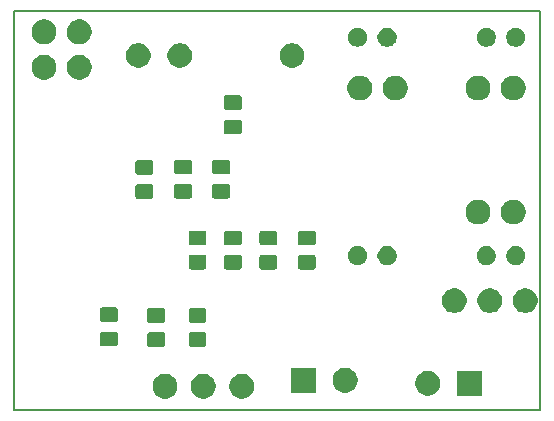
<source format=gbr>
%TF.GenerationSoftware,KiCad,Pcbnew,5.0.1*%
%TF.CreationDate,2019-02-20T12:32:28+01:00*%
%TF.ProjectId,rgbww-micro-board,72676277772D6D6963726F2D626F6172,rev?*%
%TF.SameCoordinates,PXb903480PY55d4a80*%
%TF.FileFunction,Soldermask,Bot*%
%TF.FilePolarity,Negative*%
%FSLAX46Y46*%
G04 Gerber Fmt 4.6, Leading zero omitted, Abs format (unit mm)*
G04 Created by KiCad (PCBNEW 5.0.1) date Mi 20 Feb 2019 12:32:28 CET*
%MOMM*%
%LPD*%
G01*
G04 APERTURE LIST*
%ADD10C,0.200000*%
%ADD11C,0.100000*%
G04 APERTURE END LIST*
D10*
X44500000Y33750000D02*
X0Y33750000D01*
X44500000Y0D02*
X44500000Y33750000D01*
X0Y0D02*
X44500000Y0D01*
X0Y33750000D02*
X0Y0D01*
D11*
G36*
X13056414Y3010121D02*
X13056416Y3010120D01*
X13056417Y3010120D01*
X13086078Y2997834D01*
X13247594Y2930932D01*
X13419651Y2815967D01*
X13565967Y2669651D01*
X13680932Y2497594D01*
X13760121Y2306414D01*
X13800490Y2103466D01*
X13800490Y1896534D01*
X13760121Y1693586D01*
X13680932Y1502406D01*
X13565967Y1330349D01*
X13419651Y1184033D01*
X13419648Y1184031D01*
X13247594Y1069068D01*
X13056417Y989880D01*
X13056416Y989880D01*
X13056414Y989879D01*
X12853466Y949510D01*
X12646534Y949510D01*
X12443586Y989879D01*
X12443584Y989880D01*
X12443583Y989880D01*
X12252406Y1069068D01*
X12080352Y1184031D01*
X12080349Y1184033D01*
X11934033Y1330349D01*
X11819068Y1502406D01*
X11739879Y1693586D01*
X11699510Y1896534D01*
X11699510Y2103466D01*
X11739879Y2306414D01*
X11819068Y2497594D01*
X11934033Y2669651D01*
X12080349Y2815967D01*
X12252406Y2930932D01*
X12413922Y2997834D01*
X12443583Y3010120D01*
X12443584Y3010120D01*
X12443586Y3010121D01*
X12646534Y3050490D01*
X12853466Y3050490D01*
X13056414Y3010121D01*
X13056414Y3010121D01*
G37*
G36*
X16306414Y3010121D02*
X16306416Y3010120D01*
X16306417Y3010120D01*
X16336078Y2997834D01*
X16497594Y2930932D01*
X16669651Y2815967D01*
X16815967Y2669651D01*
X16930932Y2497594D01*
X17010121Y2306414D01*
X17050490Y2103466D01*
X17050490Y1896534D01*
X17010121Y1693586D01*
X16930932Y1502406D01*
X16815967Y1330349D01*
X16669651Y1184033D01*
X16669648Y1184031D01*
X16497594Y1069068D01*
X16306417Y989880D01*
X16306416Y989880D01*
X16306414Y989879D01*
X16103466Y949510D01*
X15896534Y949510D01*
X15693586Y989879D01*
X15693584Y989880D01*
X15693583Y989880D01*
X15502406Y1069068D01*
X15330352Y1184031D01*
X15330349Y1184033D01*
X15184033Y1330349D01*
X15069068Y1502406D01*
X14989879Y1693586D01*
X14949510Y1896534D01*
X14949510Y2103466D01*
X14989879Y2306414D01*
X15069068Y2497594D01*
X15184033Y2669651D01*
X15330349Y2815967D01*
X15502406Y2930932D01*
X15663922Y2997834D01*
X15693583Y3010120D01*
X15693584Y3010120D01*
X15693586Y3010121D01*
X15896534Y3050490D01*
X16103466Y3050490D01*
X16306414Y3010121D01*
X16306414Y3010121D01*
G37*
G36*
X19556414Y3010121D02*
X19556416Y3010120D01*
X19556417Y3010120D01*
X19586078Y2997834D01*
X19747594Y2930932D01*
X19919651Y2815967D01*
X20065967Y2669651D01*
X20180932Y2497594D01*
X20260121Y2306414D01*
X20300490Y2103466D01*
X20300490Y1896534D01*
X20260121Y1693586D01*
X20180932Y1502406D01*
X20065967Y1330349D01*
X19919651Y1184033D01*
X19919648Y1184031D01*
X19747594Y1069068D01*
X19556417Y989880D01*
X19556416Y989880D01*
X19556414Y989879D01*
X19353466Y949510D01*
X19146534Y949510D01*
X18943586Y989879D01*
X18943584Y989880D01*
X18943583Y989880D01*
X18752406Y1069068D01*
X18580352Y1184031D01*
X18580349Y1184033D01*
X18434033Y1330349D01*
X18319068Y1502406D01*
X18239879Y1693586D01*
X18199510Y1896534D01*
X18199510Y2103466D01*
X18239879Y2306414D01*
X18319068Y2497594D01*
X18434033Y2669651D01*
X18580349Y2815967D01*
X18752406Y2930932D01*
X18913922Y2997834D01*
X18943583Y3010120D01*
X18943584Y3010120D01*
X18943586Y3010121D01*
X19146534Y3050490D01*
X19353466Y3050490D01*
X19556414Y3010121D01*
X19556414Y3010121D01*
G37*
G36*
X39551000Y1199000D02*
X37449000Y1199000D01*
X37449000Y3301000D01*
X39551000Y3301000D01*
X39551000Y1199000D01*
X39551000Y1199000D01*
G37*
G36*
X35306565Y3260611D02*
X35497834Y3181385D01*
X35669976Y3066363D01*
X35816363Y2919976D01*
X35931385Y2747834D01*
X36010611Y2556565D01*
X36051000Y2353516D01*
X36051000Y2146484D01*
X36010611Y1943435D01*
X35931385Y1752166D01*
X35816363Y1580024D01*
X35669976Y1433637D01*
X35497834Y1318615D01*
X35306565Y1239389D01*
X35103516Y1199000D01*
X34896484Y1199000D01*
X34693435Y1239389D01*
X34502166Y1318615D01*
X34330024Y1433637D01*
X34183637Y1580024D01*
X34068615Y1752166D01*
X33989389Y1943435D01*
X33949000Y2146484D01*
X33949000Y2353516D01*
X33989389Y2556565D01*
X34068615Y2747834D01*
X34183637Y2919976D01*
X34330024Y3066363D01*
X34502166Y3181385D01*
X34693435Y3260611D01*
X34896484Y3301000D01*
X35103516Y3301000D01*
X35306565Y3260611D01*
X35306565Y3260611D01*
G37*
G36*
X28306565Y3510611D02*
X28497834Y3431385D01*
X28669976Y3316363D01*
X28816363Y3169976D01*
X28931385Y2997834D01*
X29010611Y2806565D01*
X29051000Y2603516D01*
X29051000Y2396484D01*
X29010611Y2193435D01*
X28931385Y2002166D01*
X28816363Y1830024D01*
X28669976Y1683637D01*
X28497834Y1568615D01*
X28306565Y1489389D01*
X28103516Y1449000D01*
X27896484Y1449000D01*
X27693435Y1489389D01*
X27502166Y1568615D01*
X27330024Y1683637D01*
X27183637Y1830024D01*
X27068615Y2002166D01*
X26989389Y2193435D01*
X26949000Y2396484D01*
X26949000Y2603516D01*
X26989389Y2806565D01*
X27068615Y2997834D01*
X27183637Y3169976D01*
X27330024Y3316363D01*
X27502166Y3431385D01*
X27693435Y3510611D01*
X27896484Y3551000D01*
X28103516Y3551000D01*
X28306565Y3510611D01*
X28306565Y3510611D01*
G37*
G36*
X25551000Y1449000D02*
X23449000Y1449000D01*
X23449000Y3551000D01*
X25551000Y3551000D01*
X25551000Y1449000D01*
X25551000Y1449000D01*
G37*
G36*
X16088677Y6571535D02*
X16126364Y6560102D01*
X16161103Y6541534D01*
X16191548Y6516548D01*
X16216534Y6486103D01*
X16235102Y6451364D01*
X16246535Y6413677D01*
X16251000Y6368339D01*
X16251000Y5531661D01*
X16246535Y5486323D01*
X16235102Y5448636D01*
X16216534Y5413897D01*
X16191548Y5383452D01*
X16161103Y5358466D01*
X16126364Y5339898D01*
X16088677Y5328465D01*
X16043339Y5324000D01*
X14956661Y5324000D01*
X14911323Y5328465D01*
X14873636Y5339898D01*
X14838897Y5358466D01*
X14808452Y5383452D01*
X14783466Y5413897D01*
X14764898Y5448636D01*
X14753465Y5486323D01*
X14749000Y5531661D01*
X14749000Y6368339D01*
X14753465Y6413677D01*
X14764898Y6451364D01*
X14783466Y6486103D01*
X14808452Y6516548D01*
X14838897Y6541534D01*
X14873636Y6560102D01*
X14911323Y6571535D01*
X14956661Y6576000D01*
X16043339Y6576000D01*
X16088677Y6571535D01*
X16088677Y6571535D01*
G37*
G36*
X12588677Y6571535D02*
X12626364Y6560102D01*
X12661103Y6541534D01*
X12691548Y6516548D01*
X12716534Y6486103D01*
X12735102Y6451364D01*
X12746535Y6413677D01*
X12751000Y6368339D01*
X12751000Y5531661D01*
X12746535Y5486323D01*
X12735102Y5448636D01*
X12716534Y5413897D01*
X12691548Y5383452D01*
X12661103Y5358466D01*
X12626364Y5339898D01*
X12588677Y5328465D01*
X12543339Y5324000D01*
X11456661Y5324000D01*
X11411323Y5328465D01*
X11373636Y5339898D01*
X11338897Y5358466D01*
X11308452Y5383452D01*
X11283466Y5413897D01*
X11264898Y5448636D01*
X11253465Y5486323D01*
X11249000Y5531661D01*
X11249000Y6368339D01*
X11253465Y6413677D01*
X11264898Y6451364D01*
X11283466Y6486103D01*
X11308452Y6516548D01*
X11338897Y6541534D01*
X11373636Y6560102D01*
X11411323Y6571535D01*
X11456661Y6576000D01*
X12543339Y6576000D01*
X12588677Y6571535D01*
X12588677Y6571535D01*
G37*
G36*
X8588677Y6621535D02*
X8626364Y6610102D01*
X8661103Y6591534D01*
X8691548Y6566548D01*
X8716534Y6536103D01*
X8735102Y6501364D01*
X8746535Y6463677D01*
X8751000Y6418339D01*
X8751000Y5581661D01*
X8746535Y5536323D01*
X8735102Y5498636D01*
X8716534Y5463897D01*
X8691548Y5433452D01*
X8661103Y5408466D01*
X8626364Y5389898D01*
X8588677Y5378465D01*
X8543339Y5374000D01*
X7456661Y5374000D01*
X7411323Y5378465D01*
X7373636Y5389898D01*
X7338897Y5408466D01*
X7308452Y5433452D01*
X7283466Y5463897D01*
X7264898Y5498636D01*
X7253465Y5536323D01*
X7249000Y5581661D01*
X7249000Y6418339D01*
X7253465Y6463677D01*
X7264898Y6501364D01*
X7283466Y6536103D01*
X7308452Y6566548D01*
X7338897Y6591534D01*
X7373636Y6610102D01*
X7411323Y6621535D01*
X7456661Y6626000D01*
X8543339Y6626000D01*
X8588677Y6621535D01*
X8588677Y6621535D01*
G37*
G36*
X16088677Y8621535D02*
X16126364Y8610102D01*
X16161103Y8591534D01*
X16191548Y8566548D01*
X16216534Y8536103D01*
X16235102Y8501364D01*
X16246535Y8463677D01*
X16251000Y8418339D01*
X16251000Y7581661D01*
X16246535Y7536323D01*
X16235102Y7498636D01*
X16216534Y7463897D01*
X16191548Y7433452D01*
X16161103Y7408466D01*
X16126364Y7389898D01*
X16088677Y7378465D01*
X16043339Y7374000D01*
X14956661Y7374000D01*
X14911323Y7378465D01*
X14873636Y7389898D01*
X14838897Y7408466D01*
X14808452Y7433452D01*
X14783466Y7463897D01*
X14764898Y7498636D01*
X14753465Y7536323D01*
X14749000Y7581661D01*
X14749000Y8418339D01*
X14753465Y8463677D01*
X14764898Y8501364D01*
X14783466Y8536103D01*
X14808452Y8566548D01*
X14838897Y8591534D01*
X14873636Y8610102D01*
X14911323Y8621535D01*
X14956661Y8626000D01*
X16043339Y8626000D01*
X16088677Y8621535D01*
X16088677Y8621535D01*
G37*
G36*
X12588677Y8621535D02*
X12626364Y8610102D01*
X12661103Y8591534D01*
X12691548Y8566548D01*
X12716534Y8536103D01*
X12735102Y8501364D01*
X12746535Y8463677D01*
X12751000Y8418339D01*
X12751000Y7581661D01*
X12746535Y7536323D01*
X12735102Y7498636D01*
X12716534Y7463897D01*
X12691548Y7433452D01*
X12661103Y7408466D01*
X12626364Y7389898D01*
X12588677Y7378465D01*
X12543339Y7374000D01*
X11456661Y7374000D01*
X11411323Y7378465D01*
X11373636Y7389898D01*
X11338897Y7408466D01*
X11308452Y7433452D01*
X11283466Y7463897D01*
X11264898Y7498636D01*
X11253465Y7536323D01*
X11249000Y7581661D01*
X11249000Y8418339D01*
X11253465Y8463677D01*
X11264898Y8501364D01*
X11283466Y8536103D01*
X11308452Y8566548D01*
X11338897Y8591534D01*
X11373636Y8610102D01*
X11411323Y8621535D01*
X11456661Y8626000D01*
X12543339Y8626000D01*
X12588677Y8621535D01*
X12588677Y8621535D01*
G37*
G36*
X8588677Y8671535D02*
X8626364Y8660102D01*
X8661103Y8641534D01*
X8691548Y8616548D01*
X8716534Y8586103D01*
X8735102Y8551364D01*
X8746535Y8513677D01*
X8751000Y8468339D01*
X8751000Y7631661D01*
X8746535Y7586323D01*
X8735102Y7548636D01*
X8716534Y7513897D01*
X8691548Y7483452D01*
X8661103Y7458466D01*
X8626364Y7439898D01*
X8588677Y7428465D01*
X8543339Y7424000D01*
X7456661Y7424000D01*
X7411323Y7428465D01*
X7373636Y7439898D01*
X7338897Y7458466D01*
X7308452Y7483452D01*
X7283466Y7513897D01*
X7264898Y7548636D01*
X7253465Y7586323D01*
X7249000Y7631661D01*
X7249000Y8468339D01*
X7253465Y8513677D01*
X7264898Y8551364D01*
X7283466Y8586103D01*
X7308452Y8616548D01*
X7338897Y8641534D01*
X7373636Y8660102D01*
X7411323Y8671535D01*
X7456661Y8676000D01*
X8543339Y8676000D01*
X8588677Y8671535D01*
X8588677Y8671535D01*
G37*
G36*
X43556414Y10260121D02*
X43556416Y10260120D01*
X43556417Y10260120D01*
X43747594Y10180932D01*
X43919651Y10065967D01*
X44065967Y9919651D01*
X44180932Y9747594D01*
X44260121Y9556414D01*
X44300490Y9353466D01*
X44300490Y9146534D01*
X44260121Y8943586D01*
X44180932Y8752406D01*
X44065967Y8580349D01*
X43919651Y8434033D01*
X43919648Y8434031D01*
X43747594Y8319068D01*
X43556417Y8239880D01*
X43556416Y8239880D01*
X43556414Y8239879D01*
X43353466Y8199510D01*
X43146534Y8199510D01*
X42943586Y8239879D01*
X42943584Y8239880D01*
X42943583Y8239880D01*
X42752406Y8319068D01*
X42580352Y8434031D01*
X42580349Y8434033D01*
X42434033Y8580349D01*
X42319068Y8752406D01*
X42239879Y8943586D01*
X42199510Y9146534D01*
X42199510Y9353466D01*
X42239879Y9556414D01*
X42319068Y9747594D01*
X42434033Y9919651D01*
X42580349Y10065967D01*
X42752406Y10180932D01*
X42943583Y10260120D01*
X42943584Y10260120D01*
X42943586Y10260121D01*
X43146534Y10300490D01*
X43353466Y10300490D01*
X43556414Y10260121D01*
X43556414Y10260121D01*
G37*
G36*
X40556414Y10260121D02*
X40556416Y10260120D01*
X40556417Y10260120D01*
X40747594Y10180932D01*
X40919651Y10065967D01*
X41065967Y9919651D01*
X41180932Y9747594D01*
X41260121Y9556414D01*
X41300490Y9353466D01*
X41300490Y9146534D01*
X41260121Y8943586D01*
X41180932Y8752406D01*
X41065967Y8580349D01*
X40919651Y8434033D01*
X40919648Y8434031D01*
X40747594Y8319068D01*
X40556417Y8239880D01*
X40556416Y8239880D01*
X40556414Y8239879D01*
X40353466Y8199510D01*
X40146534Y8199510D01*
X39943586Y8239879D01*
X39943584Y8239880D01*
X39943583Y8239880D01*
X39752406Y8319068D01*
X39580352Y8434031D01*
X39580349Y8434033D01*
X39434033Y8580349D01*
X39319068Y8752406D01*
X39239879Y8943586D01*
X39199510Y9146534D01*
X39199510Y9353466D01*
X39239879Y9556414D01*
X39319068Y9747594D01*
X39434033Y9919651D01*
X39580349Y10065967D01*
X39752406Y10180932D01*
X39943583Y10260120D01*
X39943584Y10260120D01*
X39943586Y10260121D01*
X40146534Y10300490D01*
X40353466Y10300490D01*
X40556414Y10260121D01*
X40556414Y10260121D01*
G37*
G36*
X37556414Y10260121D02*
X37556416Y10260120D01*
X37556417Y10260120D01*
X37747594Y10180932D01*
X37919651Y10065967D01*
X38065967Y9919651D01*
X38180932Y9747594D01*
X38260121Y9556414D01*
X38300490Y9353466D01*
X38300490Y9146534D01*
X38260121Y8943586D01*
X38180932Y8752406D01*
X38065967Y8580349D01*
X37919651Y8434033D01*
X37919648Y8434031D01*
X37747594Y8319068D01*
X37556417Y8239880D01*
X37556416Y8239880D01*
X37556414Y8239879D01*
X37353466Y8199510D01*
X37146534Y8199510D01*
X36943586Y8239879D01*
X36943584Y8239880D01*
X36943583Y8239880D01*
X36752406Y8319068D01*
X36580352Y8434031D01*
X36580349Y8434033D01*
X36434033Y8580349D01*
X36319068Y8752406D01*
X36239879Y8943586D01*
X36199510Y9146534D01*
X36199510Y9353466D01*
X36239879Y9556414D01*
X36319068Y9747594D01*
X36434033Y9919651D01*
X36580349Y10065967D01*
X36752406Y10180932D01*
X36943583Y10260120D01*
X36943584Y10260120D01*
X36943586Y10260121D01*
X37146534Y10300490D01*
X37353466Y10300490D01*
X37556414Y10260121D01*
X37556414Y10260121D01*
G37*
G36*
X22088677Y13121535D02*
X22126364Y13110102D01*
X22161103Y13091534D01*
X22191548Y13066548D01*
X22216534Y13036103D01*
X22235102Y13001364D01*
X22246535Y12963677D01*
X22251000Y12918339D01*
X22251000Y12081661D01*
X22246535Y12036323D01*
X22235102Y11998636D01*
X22216534Y11963897D01*
X22191548Y11933452D01*
X22161103Y11908466D01*
X22126364Y11889898D01*
X22088677Y11878465D01*
X22043339Y11874000D01*
X20956661Y11874000D01*
X20911323Y11878465D01*
X20873636Y11889898D01*
X20838897Y11908466D01*
X20808452Y11933452D01*
X20783466Y11963897D01*
X20764898Y11998636D01*
X20753465Y12036323D01*
X20749000Y12081661D01*
X20749000Y12918339D01*
X20753465Y12963677D01*
X20764898Y13001364D01*
X20783466Y13036103D01*
X20808452Y13066548D01*
X20838897Y13091534D01*
X20873636Y13110102D01*
X20911323Y13121535D01*
X20956661Y13126000D01*
X22043339Y13126000D01*
X22088677Y13121535D01*
X22088677Y13121535D01*
G37*
G36*
X19088677Y13121535D02*
X19126364Y13110102D01*
X19161103Y13091534D01*
X19191548Y13066548D01*
X19216534Y13036103D01*
X19235102Y13001364D01*
X19246535Y12963677D01*
X19251000Y12918339D01*
X19251000Y12081661D01*
X19246535Y12036323D01*
X19235102Y11998636D01*
X19216534Y11963897D01*
X19191548Y11933452D01*
X19161103Y11908466D01*
X19126364Y11889898D01*
X19088677Y11878465D01*
X19043339Y11874000D01*
X17956661Y11874000D01*
X17911323Y11878465D01*
X17873636Y11889898D01*
X17838897Y11908466D01*
X17808452Y11933452D01*
X17783466Y11963897D01*
X17764898Y11998636D01*
X17753465Y12036323D01*
X17749000Y12081661D01*
X17749000Y12918339D01*
X17753465Y12963677D01*
X17764898Y13001364D01*
X17783466Y13036103D01*
X17808452Y13066548D01*
X17838897Y13091534D01*
X17873636Y13110102D01*
X17911323Y13121535D01*
X17956661Y13126000D01*
X19043339Y13126000D01*
X19088677Y13121535D01*
X19088677Y13121535D01*
G37*
G36*
X25338677Y13121535D02*
X25376364Y13110102D01*
X25411103Y13091534D01*
X25441548Y13066548D01*
X25466534Y13036103D01*
X25485102Y13001364D01*
X25496535Y12963677D01*
X25501000Y12918339D01*
X25501000Y12081661D01*
X25496535Y12036323D01*
X25485102Y11998636D01*
X25466534Y11963897D01*
X25441548Y11933452D01*
X25411103Y11908466D01*
X25376364Y11889898D01*
X25338677Y11878465D01*
X25293339Y11874000D01*
X24206661Y11874000D01*
X24161323Y11878465D01*
X24123636Y11889898D01*
X24088897Y11908466D01*
X24058452Y11933452D01*
X24033466Y11963897D01*
X24014898Y11998636D01*
X24003465Y12036323D01*
X23999000Y12081661D01*
X23999000Y12918339D01*
X24003465Y12963677D01*
X24014898Y13001364D01*
X24033466Y13036103D01*
X24058452Y13066548D01*
X24088897Y13091534D01*
X24123636Y13110102D01*
X24161323Y13121535D01*
X24206661Y13126000D01*
X25293339Y13126000D01*
X25338677Y13121535D01*
X25338677Y13121535D01*
G37*
G36*
X16088677Y13121535D02*
X16126364Y13110102D01*
X16161103Y13091534D01*
X16191548Y13066548D01*
X16216534Y13036103D01*
X16235102Y13001364D01*
X16246535Y12963677D01*
X16251000Y12918339D01*
X16251000Y12081661D01*
X16246535Y12036323D01*
X16235102Y11998636D01*
X16216534Y11963897D01*
X16191548Y11933452D01*
X16161103Y11908466D01*
X16126364Y11889898D01*
X16088677Y11878465D01*
X16043339Y11874000D01*
X14956661Y11874000D01*
X14911323Y11878465D01*
X14873636Y11889898D01*
X14838897Y11908466D01*
X14808452Y11933452D01*
X14783466Y11963897D01*
X14764898Y11998636D01*
X14753465Y12036323D01*
X14749000Y12081661D01*
X14749000Y12918339D01*
X14753465Y12963677D01*
X14764898Y13001364D01*
X14783466Y13036103D01*
X14808452Y13066548D01*
X14838897Y13091534D01*
X14873636Y13110102D01*
X14911323Y13121535D01*
X14956661Y13126000D01*
X16043339Y13126000D01*
X16088677Y13121535D01*
X16088677Y13121535D01*
G37*
G36*
X40187142Y13831758D02*
X40335102Y13770470D01*
X40468258Y13681498D01*
X40581498Y13568258D01*
X40670470Y13435102D01*
X40731758Y13287142D01*
X40763000Y13130075D01*
X40763000Y12969925D01*
X40731758Y12812858D01*
X40670470Y12664898D01*
X40581498Y12531742D01*
X40468258Y12418502D01*
X40335102Y12329530D01*
X40187142Y12268242D01*
X40030075Y12237000D01*
X39869925Y12237000D01*
X39712858Y12268242D01*
X39564898Y12329530D01*
X39431742Y12418502D01*
X39318502Y12531742D01*
X39229530Y12664898D01*
X39168242Y12812858D01*
X39137000Y12969925D01*
X39137000Y13130075D01*
X39168242Y13287142D01*
X39229530Y13435102D01*
X39318502Y13568258D01*
X39431742Y13681498D01*
X39564898Y13770470D01*
X39712858Y13831758D01*
X39869925Y13863000D01*
X40030075Y13863000D01*
X40187142Y13831758D01*
X40187142Y13831758D01*
G37*
G36*
X29287142Y13831758D02*
X29435102Y13770470D01*
X29568258Y13681498D01*
X29681498Y13568258D01*
X29770470Y13435102D01*
X29831758Y13287142D01*
X29863000Y13130075D01*
X29863000Y12969925D01*
X29831758Y12812858D01*
X29770470Y12664898D01*
X29681498Y12531742D01*
X29568258Y12418502D01*
X29435102Y12329530D01*
X29287142Y12268242D01*
X29130075Y12237000D01*
X28969925Y12237000D01*
X28812858Y12268242D01*
X28664898Y12329530D01*
X28531742Y12418502D01*
X28418502Y12531742D01*
X28329530Y12664898D01*
X28268242Y12812858D01*
X28237000Y12969925D01*
X28237000Y13130075D01*
X28268242Y13287142D01*
X28329530Y13435102D01*
X28418502Y13568258D01*
X28531742Y13681498D01*
X28664898Y13770470D01*
X28812858Y13831758D01*
X28969925Y13863000D01*
X29130075Y13863000D01*
X29287142Y13831758D01*
X29287142Y13831758D01*
G37*
G36*
X31787142Y13831758D02*
X31935102Y13770470D01*
X32068258Y13681498D01*
X32181498Y13568258D01*
X32270470Y13435102D01*
X32331758Y13287142D01*
X32363000Y13130075D01*
X32363000Y12969925D01*
X32331758Y12812858D01*
X32270470Y12664898D01*
X32181498Y12531742D01*
X32068258Y12418502D01*
X31935102Y12329530D01*
X31787142Y12268242D01*
X31630075Y12237000D01*
X31469925Y12237000D01*
X31312858Y12268242D01*
X31164898Y12329530D01*
X31031742Y12418502D01*
X30918502Y12531742D01*
X30829530Y12664898D01*
X30768242Y12812858D01*
X30737000Y12969925D01*
X30737000Y13130075D01*
X30768242Y13287142D01*
X30829530Y13435102D01*
X30918502Y13568258D01*
X31031742Y13681498D01*
X31164898Y13770470D01*
X31312858Y13831758D01*
X31469925Y13863000D01*
X31630075Y13863000D01*
X31787142Y13831758D01*
X31787142Y13831758D01*
G37*
G36*
X42687142Y13831758D02*
X42835102Y13770470D01*
X42968258Y13681498D01*
X43081498Y13568258D01*
X43170470Y13435102D01*
X43231758Y13287142D01*
X43263000Y13130075D01*
X43263000Y12969925D01*
X43231758Y12812858D01*
X43170470Y12664898D01*
X43081498Y12531742D01*
X42968258Y12418502D01*
X42835102Y12329530D01*
X42687142Y12268242D01*
X42530075Y12237000D01*
X42369925Y12237000D01*
X42212858Y12268242D01*
X42064898Y12329530D01*
X41931742Y12418502D01*
X41818502Y12531742D01*
X41729530Y12664898D01*
X41668242Y12812858D01*
X41637000Y12969925D01*
X41637000Y13130075D01*
X41668242Y13287142D01*
X41729530Y13435102D01*
X41818502Y13568258D01*
X41931742Y13681498D01*
X42064898Y13770470D01*
X42212858Y13831758D01*
X42369925Y13863000D01*
X42530075Y13863000D01*
X42687142Y13831758D01*
X42687142Y13831758D01*
G37*
G36*
X16088677Y15171535D02*
X16126364Y15160102D01*
X16161103Y15141534D01*
X16191548Y15116548D01*
X16216534Y15086103D01*
X16235102Y15051364D01*
X16246535Y15013677D01*
X16251000Y14968339D01*
X16251000Y14131661D01*
X16246535Y14086323D01*
X16235102Y14048636D01*
X16216534Y14013897D01*
X16191548Y13983452D01*
X16161103Y13958466D01*
X16126364Y13939898D01*
X16088677Y13928465D01*
X16043339Y13924000D01*
X14956661Y13924000D01*
X14911323Y13928465D01*
X14873636Y13939898D01*
X14838897Y13958466D01*
X14808452Y13983452D01*
X14783466Y14013897D01*
X14764898Y14048636D01*
X14753465Y14086323D01*
X14749000Y14131661D01*
X14749000Y14968339D01*
X14753465Y15013677D01*
X14764898Y15051364D01*
X14783466Y15086103D01*
X14808452Y15116548D01*
X14838897Y15141534D01*
X14873636Y15160102D01*
X14911323Y15171535D01*
X14956661Y15176000D01*
X16043339Y15176000D01*
X16088677Y15171535D01*
X16088677Y15171535D01*
G37*
G36*
X22088677Y15171535D02*
X22126364Y15160102D01*
X22161103Y15141534D01*
X22191548Y15116548D01*
X22216534Y15086103D01*
X22235102Y15051364D01*
X22246535Y15013677D01*
X22251000Y14968339D01*
X22251000Y14131661D01*
X22246535Y14086323D01*
X22235102Y14048636D01*
X22216534Y14013897D01*
X22191548Y13983452D01*
X22161103Y13958466D01*
X22126364Y13939898D01*
X22088677Y13928465D01*
X22043339Y13924000D01*
X20956661Y13924000D01*
X20911323Y13928465D01*
X20873636Y13939898D01*
X20838897Y13958466D01*
X20808452Y13983452D01*
X20783466Y14013897D01*
X20764898Y14048636D01*
X20753465Y14086323D01*
X20749000Y14131661D01*
X20749000Y14968339D01*
X20753465Y15013677D01*
X20764898Y15051364D01*
X20783466Y15086103D01*
X20808452Y15116548D01*
X20838897Y15141534D01*
X20873636Y15160102D01*
X20911323Y15171535D01*
X20956661Y15176000D01*
X22043339Y15176000D01*
X22088677Y15171535D01*
X22088677Y15171535D01*
G37*
G36*
X25338677Y15171535D02*
X25376364Y15160102D01*
X25411103Y15141534D01*
X25441548Y15116548D01*
X25466534Y15086103D01*
X25485102Y15051364D01*
X25496535Y15013677D01*
X25501000Y14968339D01*
X25501000Y14131661D01*
X25496535Y14086323D01*
X25485102Y14048636D01*
X25466534Y14013897D01*
X25441548Y13983452D01*
X25411103Y13958466D01*
X25376364Y13939898D01*
X25338677Y13928465D01*
X25293339Y13924000D01*
X24206661Y13924000D01*
X24161323Y13928465D01*
X24123636Y13939898D01*
X24088897Y13958466D01*
X24058452Y13983452D01*
X24033466Y14013897D01*
X24014898Y14048636D01*
X24003465Y14086323D01*
X23999000Y14131661D01*
X23999000Y14968339D01*
X24003465Y15013677D01*
X24014898Y15051364D01*
X24033466Y15086103D01*
X24058452Y15116548D01*
X24088897Y15141534D01*
X24123636Y15160102D01*
X24161323Y15171535D01*
X24206661Y15176000D01*
X25293339Y15176000D01*
X25338677Y15171535D01*
X25338677Y15171535D01*
G37*
G36*
X19088677Y15171535D02*
X19126364Y15160102D01*
X19161103Y15141534D01*
X19191548Y15116548D01*
X19216534Y15086103D01*
X19235102Y15051364D01*
X19246535Y15013677D01*
X19251000Y14968339D01*
X19251000Y14131661D01*
X19246535Y14086323D01*
X19235102Y14048636D01*
X19216534Y14013897D01*
X19191548Y13983452D01*
X19161103Y13958466D01*
X19126364Y13939898D01*
X19088677Y13928465D01*
X19043339Y13924000D01*
X17956661Y13924000D01*
X17911323Y13928465D01*
X17873636Y13939898D01*
X17838897Y13958466D01*
X17808452Y13983452D01*
X17783466Y14013897D01*
X17764898Y14048636D01*
X17753465Y14086323D01*
X17749000Y14131661D01*
X17749000Y14968339D01*
X17753465Y15013677D01*
X17764898Y15051364D01*
X17783466Y15086103D01*
X17808452Y15116548D01*
X17838897Y15141534D01*
X17873636Y15160102D01*
X17911323Y15171535D01*
X17956661Y15176000D01*
X19043339Y15176000D01*
X19088677Y15171535D01*
X19088677Y15171535D01*
G37*
G36*
X39556414Y17760121D02*
X39556416Y17760120D01*
X39556417Y17760120D01*
X39747594Y17680932D01*
X39919651Y17565967D01*
X40065967Y17419651D01*
X40180932Y17247594D01*
X40260121Y17056414D01*
X40300490Y16853466D01*
X40300490Y16646534D01*
X40260121Y16443586D01*
X40180932Y16252406D01*
X40065967Y16080349D01*
X39919651Y15934033D01*
X39919648Y15934031D01*
X39747594Y15819068D01*
X39556417Y15739880D01*
X39556416Y15739880D01*
X39556414Y15739879D01*
X39353466Y15699510D01*
X39146534Y15699510D01*
X38943586Y15739879D01*
X38943584Y15739880D01*
X38943583Y15739880D01*
X38752406Y15819068D01*
X38580352Y15934031D01*
X38580349Y15934033D01*
X38434033Y16080349D01*
X38319068Y16252406D01*
X38239879Y16443586D01*
X38199510Y16646534D01*
X38199510Y16853466D01*
X38239879Y17056414D01*
X38319068Y17247594D01*
X38434033Y17419651D01*
X38580349Y17565967D01*
X38752406Y17680932D01*
X38943583Y17760120D01*
X38943584Y17760120D01*
X38943586Y17760121D01*
X39146534Y17800490D01*
X39353466Y17800490D01*
X39556414Y17760121D01*
X39556414Y17760121D01*
G37*
G36*
X42556414Y17760121D02*
X42556416Y17760120D01*
X42556417Y17760120D01*
X42747594Y17680932D01*
X42919651Y17565967D01*
X43065967Y17419651D01*
X43180932Y17247594D01*
X43260121Y17056414D01*
X43300490Y16853466D01*
X43300490Y16646534D01*
X43260121Y16443586D01*
X43180932Y16252406D01*
X43065967Y16080349D01*
X42919651Y15934033D01*
X42919648Y15934031D01*
X42747594Y15819068D01*
X42556417Y15739880D01*
X42556416Y15739880D01*
X42556414Y15739879D01*
X42353466Y15699510D01*
X42146534Y15699510D01*
X41943586Y15739879D01*
X41943584Y15739880D01*
X41943583Y15739880D01*
X41752406Y15819068D01*
X41580352Y15934031D01*
X41580349Y15934033D01*
X41434033Y16080349D01*
X41319068Y16252406D01*
X41239879Y16443586D01*
X41199510Y16646534D01*
X41199510Y16853466D01*
X41239879Y17056414D01*
X41319068Y17247594D01*
X41434033Y17419651D01*
X41580349Y17565967D01*
X41752406Y17680932D01*
X41943583Y17760120D01*
X41943584Y17760120D01*
X41943586Y17760121D01*
X42146534Y17800490D01*
X42353466Y17800490D01*
X42556414Y17760121D01*
X42556414Y17760121D01*
G37*
G36*
X11588677Y19096535D02*
X11626364Y19085102D01*
X11661103Y19066534D01*
X11691548Y19041548D01*
X11716534Y19011103D01*
X11735102Y18976364D01*
X11746535Y18938677D01*
X11751000Y18893339D01*
X11751000Y18056661D01*
X11746535Y18011323D01*
X11735102Y17973636D01*
X11716534Y17938897D01*
X11691548Y17908452D01*
X11661103Y17883466D01*
X11626364Y17864898D01*
X11588677Y17853465D01*
X11543339Y17849000D01*
X10456661Y17849000D01*
X10411323Y17853465D01*
X10373636Y17864898D01*
X10338897Y17883466D01*
X10308452Y17908452D01*
X10283466Y17938897D01*
X10264898Y17973636D01*
X10253465Y18011323D01*
X10249000Y18056661D01*
X10249000Y18893339D01*
X10253465Y18938677D01*
X10264898Y18976364D01*
X10283466Y19011103D01*
X10308452Y19041548D01*
X10338897Y19066534D01*
X10373636Y19085102D01*
X10411323Y19096535D01*
X10456661Y19101000D01*
X11543339Y19101000D01*
X11588677Y19096535D01*
X11588677Y19096535D01*
G37*
G36*
X18088677Y19121535D02*
X18126364Y19110102D01*
X18161103Y19091534D01*
X18191548Y19066548D01*
X18216534Y19036103D01*
X18235102Y19001364D01*
X18246535Y18963677D01*
X18251000Y18918339D01*
X18251000Y18081661D01*
X18246535Y18036323D01*
X18235102Y17998636D01*
X18216534Y17963897D01*
X18191548Y17933452D01*
X18161103Y17908466D01*
X18126364Y17889898D01*
X18088677Y17878465D01*
X18043339Y17874000D01*
X16956661Y17874000D01*
X16911323Y17878465D01*
X16873636Y17889898D01*
X16838897Y17908466D01*
X16808452Y17933452D01*
X16783466Y17963897D01*
X16764898Y17998636D01*
X16753465Y18036323D01*
X16749000Y18081661D01*
X16749000Y18918339D01*
X16753465Y18963677D01*
X16764898Y19001364D01*
X16783466Y19036103D01*
X16808452Y19066548D01*
X16838897Y19091534D01*
X16873636Y19110102D01*
X16911323Y19121535D01*
X16956661Y19126000D01*
X18043339Y19126000D01*
X18088677Y19121535D01*
X18088677Y19121535D01*
G37*
G36*
X14868677Y19121535D02*
X14906364Y19110102D01*
X14941103Y19091534D01*
X14971548Y19066548D01*
X14996534Y19036103D01*
X15015102Y19001364D01*
X15026535Y18963677D01*
X15031000Y18918339D01*
X15031000Y18081661D01*
X15026535Y18036323D01*
X15015102Y17998636D01*
X14996534Y17963897D01*
X14971548Y17933452D01*
X14941103Y17908466D01*
X14906364Y17889898D01*
X14868677Y17878465D01*
X14823339Y17874000D01*
X13736661Y17874000D01*
X13691323Y17878465D01*
X13653636Y17889898D01*
X13618897Y17908466D01*
X13588452Y17933452D01*
X13563466Y17963897D01*
X13544898Y17998636D01*
X13533465Y18036323D01*
X13529000Y18081661D01*
X13529000Y18918339D01*
X13533465Y18963677D01*
X13544898Y19001364D01*
X13563466Y19036103D01*
X13588452Y19066548D01*
X13618897Y19091534D01*
X13653636Y19110102D01*
X13691323Y19121535D01*
X13736661Y19126000D01*
X14823339Y19126000D01*
X14868677Y19121535D01*
X14868677Y19121535D01*
G37*
G36*
X11588677Y21146535D02*
X11626364Y21135102D01*
X11661103Y21116534D01*
X11691548Y21091548D01*
X11716534Y21061103D01*
X11735102Y21026364D01*
X11746535Y20988677D01*
X11751000Y20943339D01*
X11751000Y20106661D01*
X11746535Y20061323D01*
X11735102Y20023636D01*
X11716534Y19988897D01*
X11691548Y19958452D01*
X11661103Y19933466D01*
X11626364Y19914898D01*
X11588677Y19903465D01*
X11543339Y19899000D01*
X10456661Y19899000D01*
X10411323Y19903465D01*
X10373636Y19914898D01*
X10338897Y19933466D01*
X10308452Y19958452D01*
X10283466Y19988897D01*
X10264898Y20023636D01*
X10253465Y20061323D01*
X10249000Y20106661D01*
X10249000Y20943339D01*
X10253465Y20988677D01*
X10264898Y21026364D01*
X10283466Y21061103D01*
X10308452Y21091548D01*
X10338897Y21116534D01*
X10373636Y21135102D01*
X10411323Y21146535D01*
X10456661Y21151000D01*
X11543339Y21151000D01*
X11588677Y21146535D01*
X11588677Y21146535D01*
G37*
G36*
X18088677Y21171535D02*
X18126364Y21160102D01*
X18161103Y21141534D01*
X18191548Y21116548D01*
X18216534Y21086103D01*
X18235102Y21051364D01*
X18246535Y21013677D01*
X18251000Y20968339D01*
X18251000Y20131661D01*
X18246535Y20086323D01*
X18235102Y20048636D01*
X18216534Y20013897D01*
X18191548Y19983452D01*
X18161103Y19958466D01*
X18126364Y19939898D01*
X18088677Y19928465D01*
X18043339Y19924000D01*
X16956661Y19924000D01*
X16911323Y19928465D01*
X16873636Y19939898D01*
X16838897Y19958466D01*
X16808452Y19983452D01*
X16783466Y20013897D01*
X16764898Y20048636D01*
X16753465Y20086323D01*
X16749000Y20131661D01*
X16749000Y20968339D01*
X16753465Y21013677D01*
X16764898Y21051364D01*
X16783466Y21086103D01*
X16808452Y21116548D01*
X16838897Y21141534D01*
X16873636Y21160102D01*
X16911323Y21171535D01*
X16956661Y21176000D01*
X18043339Y21176000D01*
X18088677Y21171535D01*
X18088677Y21171535D01*
G37*
G36*
X14868677Y21171535D02*
X14906364Y21160102D01*
X14941103Y21141534D01*
X14971548Y21116548D01*
X14996534Y21086103D01*
X15015102Y21051364D01*
X15026535Y21013677D01*
X15031000Y20968339D01*
X15031000Y20131661D01*
X15026535Y20086323D01*
X15015102Y20048636D01*
X14996534Y20013897D01*
X14971548Y19983452D01*
X14941103Y19958466D01*
X14906364Y19939898D01*
X14868677Y19928465D01*
X14823339Y19924000D01*
X13736661Y19924000D01*
X13691323Y19928465D01*
X13653636Y19939898D01*
X13618897Y19958466D01*
X13588452Y19983452D01*
X13563466Y20013897D01*
X13544898Y20048636D01*
X13533465Y20086323D01*
X13529000Y20131661D01*
X13529000Y20968339D01*
X13533465Y21013677D01*
X13544898Y21051364D01*
X13563466Y21086103D01*
X13588452Y21116548D01*
X13618897Y21141534D01*
X13653636Y21160102D01*
X13691323Y21171535D01*
X13736661Y21176000D01*
X14823339Y21176000D01*
X14868677Y21171535D01*
X14868677Y21171535D01*
G37*
G36*
X19088677Y24571535D02*
X19126364Y24560102D01*
X19161103Y24541534D01*
X19191548Y24516548D01*
X19216534Y24486103D01*
X19235102Y24451364D01*
X19246535Y24413677D01*
X19251000Y24368339D01*
X19251000Y23531661D01*
X19246535Y23486323D01*
X19235102Y23448636D01*
X19216534Y23413897D01*
X19191548Y23383452D01*
X19161103Y23358466D01*
X19126364Y23339898D01*
X19088677Y23328465D01*
X19043339Y23324000D01*
X17956661Y23324000D01*
X17911323Y23328465D01*
X17873636Y23339898D01*
X17838897Y23358466D01*
X17808452Y23383452D01*
X17783466Y23413897D01*
X17764898Y23448636D01*
X17753465Y23486323D01*
X17749000Y23531661D01*
X17749000Y24368339D01*
X17753465Y24413677D01*
X17764898Y24451364D01*
X17783466Y24486103D01*
X17808452Y24516548D01*
X17838897Y24541534D01*
X17873636Y24560102D01*
X17911323Y24571535D01*
X17956661Y24576000D01*
X19043339Y24576000D01*
X19088677Y24571535D01*
X19088677Y24571535D01*
G37*
G36*
X19088677Y26621535D02*
X19126364Y26610102D01*
X19161103Y26591534D01*
X19191548Y26566548D01*
X19216534Y26536103D01*
X19235102Y26501364D01*
X19246535Y26463677D01*
X19251000Y26418339D01*
X19251000Y25581661D01*
X19246535Y25536323D01*
X19235102Y25498636D01*
X19216534Y25463897D01*
X19191548Y25433452D01*
X19161103Y25408466D01*
X19126364Y25389898D01*
X19088677Y25378465D01*
X19043339Y25374000D01*
X17956661Y25374000D01*
X17911323Y25378465D01*
X17873636Y25389898D01*
X17838897Y25408466D01*
X17808452Y25433452D01*
X17783466Y25463897D01*
X17764898Y25498636D01*
X17753465Y25536323D01*
X17749000Y25581661D01*
X17749000Y26418339D01*
X17753465Y26463677D01*
X17764898Y26501364D01*
X17783466Y26536103D01*
X17808452Y26566548D01*
X17838897Y26591534D01*
X17873636Y26610102D01*
X17911323Y26621535D01*
X17956661Y26626000D01*
X19043339Y26626000D01*
X19088677Y26621535D01*
X19088677Y26621535D01*
G37*
G36*
X29556414Y28260121D02*
X29556416Y28260120D01*
X29556417Y28260120D01*
X29740112Y28184031D01*
X29747594Y28180932D01*
X29919651Y28065967D01*
X30065967Y27919651D01*
X30180932Y27747594D01*
X30260121Y27556414D01*
X30300490Y27353466D01*
X30300490Y27146534D01*
X30260121Y26943586D01*
X30180932Y26752406D01*
X30065967Y26580349D01*
X29919651Y26434033D01*
X29919648Y26434031D01*
X29747594Y26319068D01*
X29556417Y26239880D01*
X29556416Y26239880D01*
X29556414Y26239879D01*
X29353466Y26199510D01*
X29146534Y26199510D01*
X28943586Y26239879D01*
X28943584Y26239880D01*
X28943583Y26239880D01*
X28752406Y26319068D01*
X28580352Y26434031D01*
X28580349Y26434033D01*
X28434033Y26580349D01*
X28319068Y26752406D01*
X28239879Y26943586D01*
X28199510Y27146534D01*
X28199510Y27353466D01*
X28239879Y27556414D01*
X28319068Y27747594D01*
X28434033Y27919651D01*
X28580349Y28065967D01*
X28752406Y28180932D01*
X28759888Y28184031D01*
X28943583Y28260120D01*
X28943584Y28260120D01*
X28943586Y28260121D01*
X29146534Y28300490D01*
X29353466Y28300490D01*
X29556414Y28260121D01*
X29556414Y28260121D01*
G37*
G36*
X42556414Y28260121D02*
X42556416Y28260120D01*
X42556417Y28260120D01*
X42740112Y28184031D01*
X42747594Y28180932D01*
X42919651Y28065967D01*
X43065967Y27919651D01*
X43180932Y27747594D01*
X43260121Y27556414D01*
X43300490Y27353466D01*
X43300490Y27146534D01*
X43260121Y26943586D01*
X43180932Y26752406D01*
X43065967Y26580349D01*
X42919651Y26434033D01*
X42919648Y26434031D01*
X42747594Y26319068D01*
X42556417Y26239880D01*
X42556416Y26239880D01*
X42556414Y26239879D01*
X42353466Y26199510D01*
X42146534Y26199510D01*
X41943586Y26239879D01*
X41943584Y26239880D01*
X41943583Y26239880D01*
X41752406Y26319068D01*
X41580352Y26434031D01*
X41580349Y26434033D01*
X41434033Y26580349D01*
X41319068Y26752406D01*
X41239879Y26943586D01*
X41199510Y27146534D01*
X41199510Y27353466D01*
X41239879Y27556414D01*
X41319068Y27747594D01*
X41434033Y27919651D01*
X41580349Y28065967D01*
X41752406Y28180932D01*
X41759888Y28184031D01*
X41943583Y28260120D01*
X41943584Y28260120D01*
X41943586Y28260121D01*
X42146534Y28300490D01*
X42353466Y28300490D01*
X42556414Y28260121D01*
X42556414Y28260121D01*
G37*
G36*
X39556414Y28260121D02*
X39556416Y28260120D01*
X39556417Y28260120D01*
X39740112Y28184031D01*
X39747594Y28180932D01*
X39919651Y28065967D01*
X40065967Y27919651D01*
X40180932Y27747594D01*
X40260121Y27556414D01*
X40300490Y27353466D01*
X40300490Y27146534D01*
X40260121Y26943586D01*
X40180932Y26752406D01*
X40065967Y26580349D01*
X39919651Y26434033D01*
X39919648Y26434031D01*
X39747594Y26319068D01*
X39556417Y26239880D01*
X39556416Y26239880D01*
X39556414Y26239879D01*
X39353466Y26199510D01*
X39146534Y26199510D01*
X38943586Y26239879D01*
X38943584Y26239880D01*
X38943583Y26239880D01*
X38752406Y26319068D01*
X38580352Y26434031D01*
X38580349Y26434033D01*
X38434033Y26580349D01*
X38319068Y26752406D01*
X38239879Y26943586D01*
X38199510Y27146534D01*
X38199510Y27353466D01*
X38239879Y27556414D01*
X38319068Y27747594D01*
X38434033Y27919651D01*
X38580349Y28065967D01*
X38752406Y28180932D01*
X38759888Y28184031D01*
X38943583Y28260120D01*
X38943584Y28260120D01*
X38943586Y28260121D01*
X39146534Y28300490D01*
X39353466Y28300490D01*
X39556414Y28260121D01*
X39556414Y28260121D01*
G37*
G36*
X32556414Y28260121D02*
X32556416Y28260120D01*
X32556417Y28260120D01*
X32740112Y28184031D01*
X32747594Y28180932D01*
X32919651Y28065967D01*
X33065967Y27919651D01*
X33180932Y27747594D01*
X33260121Y27556414D01*
X33300490Y27353466D01*
X33300490Y27146534D01*
X33260121Y26943586D01*
X33180932Y26752406D01*
X33065967Y26580349D01*
X32919651Y26434033D01*
X32919648Y26434031D01*
X32747594Y26319068D01*
X32556417Y26239880D01*
X32556416Y26239880D01*
X32556414Y26239879D01*
X32353466Y26199510D01*
X32146534Y26199510D01*
X31943586Y26239879D01*
X31943584Y26239880D01*
X31943583Y26239880D01*
X31752406Y26319068D01*
X31580352Y26434031D01*
X31580349Y26434033D01*
X31434033Y26580349D01*
X31319068Y26752406D01*
X31239879Y26943586D01*
X31199510Y27146534D01*
X31199510Y27353466D01*
X31239879Y27556414D01*
X31319068Y27747594D01*
X31434033Y27919651D01*
X31580349Y28065967D01*
X31752406Y28180932D01*
X31759888Y28184031D01*
X31943583Y28260120D01*
X31943584Y28260120D01*
X31943586Y28260121D01*
X32146534Y28300490D01*
X32353466Y28300490D01*
X32556414Y28260121D01*
X32556414Y28260121D01*
G37*
G36*
X5806414Y30010121D02*
X5806416Y30010120D01*
X5806417Y30010120D01*
X5997594Y29930932D01*
X6169651Y29815967D01*
X6315967Y29669651D01*
X6430932Y29497594D01*
X6510121Y29306414D01*
X6550490Y29103466D01*
X6550490Y28896534D01*
X6510121Y28693586D01*
X6430932Y28502406D01*
X6315967Y28330349D01*
X6169651Y28184033D01*
X6169648Y28184031D01*
X5997594Y28069068D01*
X5806417Y27989880D01*
X5806416Y27989880D01*
X5806414Y27989879D01*
X5603466Y27949510D01*
X5396534Y27949510D01*
X5193586Y27989879D01*
X5193584Y27989880D01*
X5193583Y27989880D01*
X5002406Y28069068D01*
X4830352Y28184031D01*
X4830349Y28184033D01*
X4684033Y28330349D01*
X4569068Y28502406D01*
X4489879Y28693586D01*
X4449510Y28896534D01*
X4449510Y29103466D01*
X4489879Y29306414D01*
X4569068Y29497594D01*
X4684033Y29669651D01*
X4830349Y29815967D01*
X5002406Y29930932D01*
X5193583Y30010120D01*
X5193584Y30010120D01*
X5193586Y30010121D01*
X5396534Y30050490D01*
X5603466Y30050490D01*
X5806414Y30010121D01*
X5806414Y30010121D01*
G37*
G36*
X2806414Y30010121D02*
X2806416Y30010120D01*
X2806417Y30010120D01*
X2997594Y29930932D01*
X3169651Y29815967D01*
X3315967Y29669651D01*
X3430932Y29497594D01*
X3510121Y29306414D01*
X3550490Y29103466D01*
X3550490Y28896534D01*
X3510121Y28693586D01*
X3430932Y28502406D01*
X3315967Y28330349D01*
X3169651Y28184033D01*
X3169648Y28184031D01*
X2997594Y28069068D01*
X2806417Y27989880D01*
X2806416Y27989880D01*
X2806414Y27989879D01*
X2603466Y27949510D01*
X2396534Y27949510D01*
X2193586Y27989879D01*
X2193584Y27989880D01*
X2193583Y27989880D01*
X2002406Y28069068D01*
X1830352Y28184031D01*
X1830349Y28184033D01*
X1684033Y28330349D01*
X1569068Y28502406D01*
X1489879Y28693586D01*
X1449510Y28896534D01*
X1449510Y29103466D01*
X1489879Y29306414D01*
X1569068Y29497594D01*
X1684033Y29669651D01*
X1830349Y29815967D01*
X2002406Y29930932D01*
X2193583Y30010120D01*
X2193584Y30010120D01*
X2193586Y30010121D01*
X2396534Y30050490D01*
X2603466Y30050490D01*
X2806414Y30010121D01*
X2806414Y30010121D01*
G37*
G36*
X10806414Y31010121D02*
X10806416Y31010120D01*
X10806417Y31010120D01*
X10855283Y30989879D01*
X10997594Y30930932D01*
X11169651Y30815967D01*
X11315967Y30669651D01*
X11430932Y30497594D01*
X11510121Y30306414D01*
X11550490Y30103466D01*
X11550490Y29896534D01*
X11510121Y29693586D01*
X11430932Y29502406D01*
X11315967Y29330349D01*
X11169651Y29184033D01*
X11169648Y29184031D01*
X10997594Y29069068D01*
X10806417Y28989880D01*
X10806416Y28989880D01*
X10806414Y28989879D01*
X10603466Y28949510D01*
X10396534Y28949510D01*
X10193586Y28989879D01*
X10193584Y28989880D01*
X10193583Y28989880D01*
X10002406Y29069068D01*
X9830352Y29184031D01*
X9830349Y29184033D01*
X9684033Y29330349D01*
X9569068Y29502406D01*
X9489879Y29693586D01*
X9449510Y29896534D01*
X9449510Y30103466D01*
X9489879Y30306414D01*
X9569068Y30497594D01*
X9684033Y30669651D01*
X9830349Y30815967D01*
X10002406Y30930932D01*
X10144717Y30989879D01*
X10193583Y31010120D01*
X10193584Y31010120D01*
X10193586Y31010121D01*
X10396534Y31050490D01*
X10603466Y31050490D01*
X10806414Y31010121D01*
X10806414Y31010121D01*
G37*
G36*
X23806414Y31010121D02*
X23806416Y31010120D01*
X23806417Y31010120D01*
X23855283Y30989879D01*
X23997594Y30930932D01*
X24169651Y30815967D01*
X24315967Y30669651D01*
X24430932Y30497594D01*
X24510121Y30306414D01*
X24550490Y30103466D01*
X24550490Y29896534D01*
X24510121Y29693586D01*
X24430932Y29502406D01*
X24315967Y29330349D01*
X24169651Y29184033D01*
X24169648Y29184031D01*
X23997594Y29069068D01*
X23806417Y28989880D01*
X23806416Y28989880D01*
X23806414Y28989879D01*
X23603466Y28949510D01*
X23396534Y28949510D01*
X23193586Y28989879D01*
X23193584Y28989880D01*
X23193583Y28989880D01*
X23002406Y29069068D01*
X22830352Y29184031D01*
X22830349Y29184033D01*
X22684033Y29330349D01*
X22569068Y29502406D01*
X22489879Y29693586D01*
X22449510Y29896534D01*
X22449510Y30103466D01*
X22489879Y30306414D01*
X22569068Y30497594D01*
X22684033Y30669651D01*
X22830349Y30815967D01*
X23002406Y30930932D01*
X23144717Y30989879D01*
X23193583Y31010120D01*
X23193584Y31010120D01*
X23193586Y31010121D01*
X23396534Y31050490D01*
X23603466Y31050490D01*
X23806414Y31010121D01*
X23806414Y31010121D01*
G37*
G36*
X14306414Y31010121D02*
X14306416Y31010120D01*
X14306417Y31010120D01*
X14355283Y30989879D01*
X14497594Y30930932D01*
X14669651Y30815967D01*
X14815967Y30669651D01*
X14930932Y30497594D01*
X15010121Y30306414D01*
X15050490Y30103466D01*
X15050490Y29896534D01*
X15010121Y29693586D01*
X14930932Y29502406D01*
X14815967Y29330349D01*
X14669651Y29184033D01*
X14669648Y29184031D01*
X14497594Y29069068D01*
X14306417Y28989880D01*
X14306416Y28989880D01*
X14306414Y28989879D01*
X14103466Y28949510D01*
X13896534Y28949510D01*
X13693586Y28989879D01*
X13693584Y28989880D01*
X13693583Y28989880D01*
X13502406Y29069068D01*
X13330352Y29184031D01*
X13330349Y29184033D01*
X13184033Y29330349D01*
X13069068Y29502406D01*
X12989879Y29693586D01*
X12949510Y29896534D01*
X12949510Y30103466D01*
X12989879Y30306414D01*
X13069068Y30497594D01*
X13184033Y30669651D01*
X13330349Y30815967D01*
X13502406Y30930932D01*
X13644717Y30989879D01*
X13693583Y31010120D01*
X13693584Y31010120D01*
X13693586Y31010121D01*
X13896534Y31050490D01*
X14103466Y31050490D01*
X14306414Y31010121D01*
X14306414Y31010121D01*
G37*
G36*
X42687142Y32331758D02*
X42835102Y32270470D01*
X42968258Y32181498D01*
X43081498Y32068258D01*
X43170470Y31935102D01*
X43231758Y31787142D01*
X43263000Y31630075D01*
X43263000Y31469925D01*
X43231758Y31312858D01*
X43184354Y31198417D01*
X43170471Y31164900D01*
X43106439Y31069068D01*
X43081498Y31031742D01*
X42968258Y30918502D01*
X42835102Y30829530D01*
X42687142Y30768242D01*
X42530075Y30737000D01*
X42369925Y30737000D01*
X42212858Y30768242D01*
X42064898Y30829530D01*
X41931742Y30918502D01*
X41818502Y31031742D01*
X41793562Y31069068D01*
X41729529Y31164900D01*
X41715646Y31198417D01*
X41668242Y31312858D01*
X41637000Y31469925D01*
X41637000Y31630075D01*
X41668242Y31787142D01*
X41729530Y31935102D01*
X41818502Y32068258D01*
X41931742Y32181498D01*
X42064898Y32270470D01*
X42212858Y32331758D01*
X42369925Y32363000D01*
X42530075Y32363000D01*
X42687142Y32331758D01*
X42687142Y32331758D01*
G37*
G36*
X29287142Y32331758D02*
X29435102Y32270470D01*
X29568258Y32181498D01*
X29681498Y32068258D01*
X29770470Y31935102D01*
X29831758Y31787142D01*
X29863000Y31630075D01*
X29863000Y31469925D01*
X29831758Y31312858D01*
X29784354Y31198417D01*
X29770471Y31164900D01*
X29706439Y31069068D01*
X29681498Y31031742D01*
X29568258Y30918502D01*
X29435102Y30829530D01*
X29287142Y30768242D01*
X29130075Y30737000D01*
X28969925Y30737000D01*
X28812858Y30768242D01*
X28664898Y30829530D01*
X28531742Y30918502D01*
X28418502Y31031742D01*
X28393562Y31069068D01*
X28329529Y31164900D01*
X28315646Y31198417D01*
X28268242Y31312858D01*
X28237000Y31469925D01*
X28237000Y31630075D01*
X28268242Y31787142D01*
X28329530Y31935102D01*
X28418502Y32068258D01*
X28531742Y32181498D01*
X28664898Y32270470D01*
X28812858Y32331758D01*
X28969925Y32363000D01*
X29130075Y32363000D01*
X29287142Y32331758D01*
X29287142Y32331758D01*
G37*
G36*
X31787142Y32331758D02*
X31935102Y32270470D01*
X32068258Y32181498D01*
X32181498Y32068258D01*
X32270470Y31935102D01*
X32331758Y31787142D01*
X32363000Y31630075D01*
X32363000Y31469925D01*
X32331758Y31312858D01*
X32284354Y31198417D01*
X32270471Y31164900D01*
X32206439Y31069068D01*
X32181498Y31031742D01*
X32068258Y30918502D01*
X31935102Y30829530D01*
X31787142Y30768242D01*
X31630075Y30737000D01*
X31469925Y30737000D01*
X31312858Y30768242D01*
X31164898Y30829530D01*
X31031742Y30918502D01*
X30918502Y31031742D01*
X30893562Y31069068D01*
X30829529Y31164900D01*
X30815646Y31198417D01*
X30768242Y31312858D01*
X30737000Y31469925D01*
X30737000Y31630075D01*
X30768242Y31787142D01*
X30829530Y31935102D01*
X30918502Y32068258D01*
X31031742Y32181498D01*
X31164898Y32270470D01*
X31312858Y32331758D01*
X31469925Y32363000D01*
X31630075Y32363000D01*
X31787142Y32331758D01*
X31787142Y32331758D01*
G37*
G36*
X40187142Y32331758D02*
X40335102Y32270470D01*
X40468258Y32181498D01*
X40581498Y32068258D01*
X40670470Y31935102D01*
X40731758Y31787142D01*
X40763000Y31630075D01*
X40763000Y31469925D01*
X40731758Y31312858D01*
X40684354Y31198417D01*
X40670471Y31164900D01*
X40606439Y31069068D01*
X40581498Y31031742D01*
X40468258Y30918502D01*
X40335102Y30829530D01*
X40187142Y30768242D01*
X40030075Y30737000D01*
X39869925Y30737000D01*
X39712858Y30768242D01*
X39564898Y30829530D01*
X39431742Y30918502D01*
X39318502Y31031742D01*
X39293562Y31069068D01*
X39229529Y31164900D01*
X39215646Y31198417D01*
X39168242Y31312858D01*
X39137000Y31469925D01*
X39137000Y31630075D01*
X39168242Y31787142D01*
X39229530Y31935102D01*
X39318502Y32068258D01*
X39431742Y32181498D01*
X39564898Y32270470D01*
X39712858Y32331758D01*
X39869925Y32363000D01*
X40030075Y32363000D01*
X40187142Y32331758D01*
X40187142Y32331758D01*
G37*
G36*
X2806414Y33010121D02*
X2806416Y33010120D01*
X2806417Y33010120D01*
X2997594Y32930932D01*
X3169651Y32815967D01*
X3315967Y32669651D01*
X3315969Y32669648D01*
X3430932Y32497594D01*
X3486683Y32363000D01*
X3510121Y32306414D01*
X3550490Y32103466D01*
X3550490Y31896534D01*
X3510121Y31693586D01*
X3430932Y31502406D01*
X3315967Y31330349D01*
X3169651Y31184033D01*
X3169648Y31184031D01*
X2997594Y31069068D01*
X2806417Y30989880D01*
X2806416Y30989880D01*
X2806414Y30989879D01*
X2603466Y30949510D01*
X2396534Y30949510D01*
X2193586Y30989879D01*
X2193584Y30989880D01*
X2193583Y30989880D01*
X2002406Y31069068D01*
X1830352Y31184031D01*
X1830349Y31184033D01*
X1684033Y31330349D01*
X1569068Y31502406D01*
X1489879Y31693586D01*
X1449510Y31896534D01*
X1449510Y32103466D01*
X1489879Y32306414D01*
X1513318Y32363000D01*
X1569068Y32497594D01*
X1684031Y32669648D01*
X1684033Y32669651D01*
X1830349Y32815967D01*
X2002406Y32930932D01*
X2193583Y33010120D01*
X2193584Y33010120D01*
X2193586Y33010121D01*
X2396534Y33050490D01*
X2603466Y33050490D01*
X2806414Y33010121D01*
X2806414Y33010121D01*
G37*
G36*
X5806414Y33010121D02*
X5806416Y33010120D01*
X5806417Y33010120D01*
X5997594Y32930932D01*
X6169651Y32815967D01*
X6315967Y32669651D01*
X6315969Y32669648D01*
X6430932Y32497594D01*
X6486683Y32363000D01*
X6510121Y32306414D01*
X6550490Y32103466D01*
X6550490Y31896534D01*
X6510121Y31693586D01*
X6430932Y31502406D01*
X6315967Y31330349D01*
X6169651Y31184033D01*
X6169648Y31184031D01*
X5997594Y31069068D01*
X5806417Y30989880D01*
X5806416Y30989880D01*
X5806414Y30989879D01*
X5603466Y30949510D01*
X5396534Y30949510D01*
X5193586Y30989879D01*
X5193584Y30989880D01*
X5193583Y30989880D01*
X5002406Y31069068D01*
X4830352Y31184031D01*
X4830349Y31184033D01*
X4684033Y31330349D01*
X4569068Y31502406D01*
X4489879Y31693586D01*
X4449510Y31896534D01*
X4449510Y32103466D01*
X4489879Y32306414D01*
X4513318Y32363000D01*
X4569068Y32497594D01*
X4684031Y32669648D01*
X4684033Y32669651D01*
X4830349Y32815967D01*
X5002406Y32930932D01*
X5193583Y33010120D01*
X5193584Y33010120D01*
X5193586Y33010121D01*
X5396534Y33050490D01*
X5603466Y33050490D01*
X5806414Y33010121D01*
X5806414Y33010121D01*
G37*
M02*

</source>
